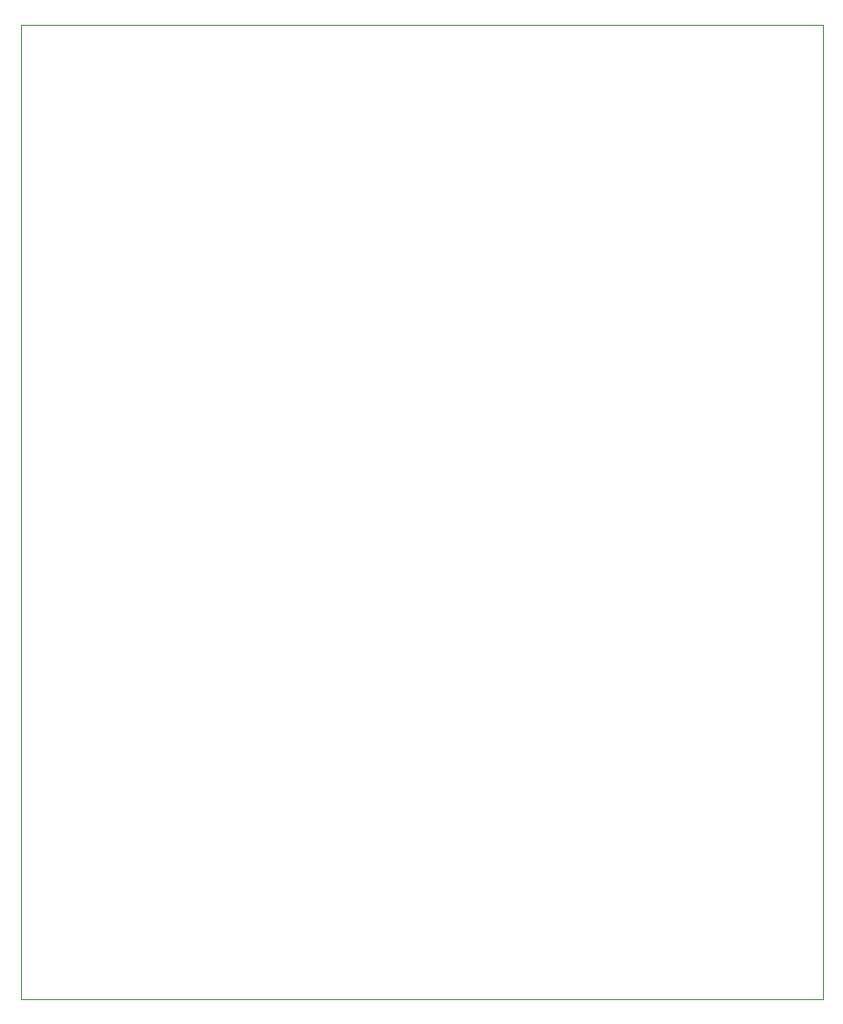
<source format=gbr>
%TF.GenerationSoftware,KiCad,Pcbnew,7.0.2*%
%TF.CreationDate,2023-04-25T18:44:45+02:00*%
%TF.ProjectId,em_schematic,656d5f73-6368-4656-9d61-7469632e6b69,rev?*%
%TF.SameCoordinates,Original*%
%TF.FileFunction,Profile,NP*%
%FSLAX46Y46*%
G04 Gerber Fmt 4.6, Leading zero omitted, Abs format (unit mm)*
G04 Created by KiCad (PCBNEW 7.0.2) date 2023-04-25 18:44:45*
%MOMM*%
%LPD*%
G01*
G04 APERTURE LIST*
%TA.AperFunction,Profile*%
%ADD10C,0.100000*%
%TD*%
G04 APERTURE END LIST*
D10*
X91440000Y-157480000D02*
X162560000Y-157480000D01*
X162560000Y-71120000D02*
X93980000Y-71120000D01*
X162560000Y-157480000D02*
X162560000Y-71120000D01*
X91440000Y-71120000D02*
X93980000Y-71120000D01*
X91440000Y-157480000D02*
X91440000Y-71120000D01*
M02*

</source>
